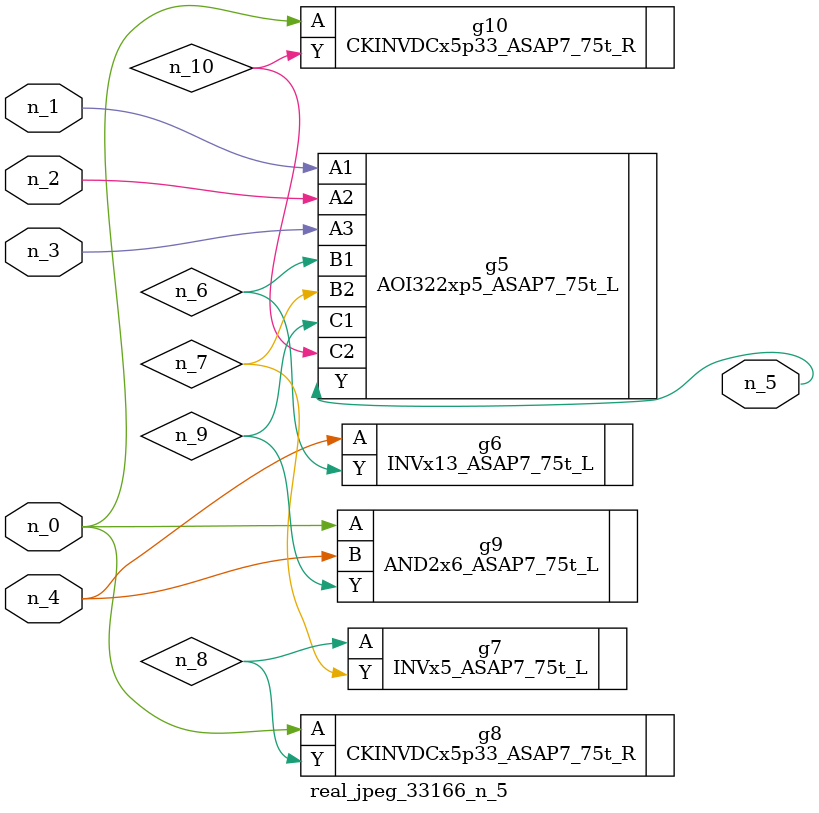
<source format=v>
module real_jpeg_33166_n_5 (n_4, n_0, n_1, n_2, n_3, n_5);

input n_4;
input n_0;
input n_1;
input n_2;
input n_3;

output n_5;

wire n_8;
wire n_6;
wire n_7;
wire n_10;
wire n_9;

CKINVDCx5p33_ASAP7_75t_R g8 ( 
.A(n_0),
.Y(n_8)
);

AND2x6_ASAP7_75t_L g9 ( 
.A(n_0),
.B(n_4),
.Y(n_9)
);

CKINVDCx5p33_ASAP7_75t_R g10 ( 
.A(n_0),
.Y(n_10)
);

AOI322xp5_ASAP7_75t_L g5 ( 
.A1(n_1),
.A2(n_2),
.A3(n_3),
.B1(n_6),
.B2(n_7),
.C1(n_9),
.C2(n_10),
.Y(n_5)
);

INVx13_ASAP7_75t_L g6 ( 
.A(n_4),
.Y(n_6)
);

INVx5_ASAP7_75t_L g7 ( 
.A(n_8),
.Y(n_7)
);


endmodule
</source>
